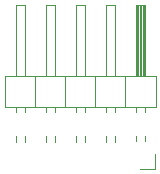
<source format=gbo>
G04 #@! TF.GenerationSoftware,KiCad,Pcbnew,(5.1.4)-1*
G04 #@! TF.CreationDate,2020-09-26T21:24:13-04:00*
G04 #@! TF.ProjectId,SOC Indicator Sub,534f4320-496e-4646-9963-61746f722053,rev?*
G04 #@! TF.SameCoordinates,Original*
G04 #@! TF.FileFunction,Legend,Bot*
G04 #@! TF.FilePolarity,Positive*
%FSLAX46Y46*%
G04 Gerber Fmt 4.6, Leading zero omitted, Abs format (unit mm)*
G04 Created by KiCad (PCBNEW (5.1.4)-1) date 2020-09-26 21:24:13*
%MOMM*%
%LPD*%
G04 APERTURE LIST*
%ADD10C,0.120000*%
G04 APERTURE END LIST*
D10*
X122430000Y-97270000D02*
X122430000Y-96000000D01*
X121160000Y-97270000D02*
X122430000Y-97270000D01*
X110620000Y-94957071D02*
X110620000Y-94502929D01*
X111380000Y-94957071D02*
X111380000Y-94502929D01*
X110620000Y-92417071D02*
X110620000Y-92020000D01*
X111380000Y-92417071D02*
X111380000Y-92020000D01*
X110620000Y-83360000D02*
X110620000Y-89360000D01*
X111380000Y-83360000D02*
X110620000Y-83360000D01*
X111380000Y-89360000D02*
X111380000Y-83360000D01*
X112270000Y-92020000D02*
X112270000Y-89360000D01*
X113160000Y-94957071D02*
X113160000Y-94502929D01*
X113920000Y-94957071D02*
X113920000Y-94502929D01*
X113160000Y-92417071D02*
X113160000Y-92020000D01*
X113920000Y-92417071D02*
X113920000Y-92020000D01*
X113160000Y-83360000D02*
X113160000Y-89360000D01*
X113920000Y-83360000D02*
X113160000Y-83360000D01*
X113920000Y-89360000D02*
X113920000Y-83360000D01*
X114810000Y-92020000D02*
X114810000Y-89360000D01*
X115700000Y-94957071D02*
X115700000Y-94502929D01*
X116460000Y-94957071D02*
X116460000Y-94502929D01*
X115700000Y-92417071D02*
X115700000Y-92020000D01*
X116460000Y-92417071D02*
X116460000Y-92020000D01*
X115700000Y-83360000D02*
X115700000Y-89360000D01*
X116460000Y-83360000D02*
X115700000Y-83360000D01*
X116460000Y-89360000D02*
X116460000Y-83360000D01*
X117350000Y-92020000D02*
X117350000Y-89360000D01*
X118240000Y-94957071D02*
X118240000Y-94502929D01*
X119000000Y-94957071D02*
X119000000Y-94502929D01*
X118240000Y-92417071D02*
X118240000Y-92020000D01*
X119000000Y-92417071D02*
X119000000Y-92020000D01*
X118240000Y-83360000D02*
X118240000Y-89360000D01*
X119000000Y-83360000D02*
X118240000Y-83360000D01*
X119000000Y-89360000D02*
X119000000Y-83360000D01*
X119890000Y-92020000D02*
X119890000Y-89360000D01*
X120780000Y-94890000D02*
X120780000Y-94502929D01*
X121540000Y-94890000D02*
X121540000Y-94502929D01*
X120780000Y-92417071D02*
X120780000Y-92020000D01*
X121540000Y-92417071D02*
X121540000Y-92020000D01*
X120880000Y-89360000D02*
X120880000Y-83360000D01*
X121000000Y-89360000D02*
X121000000Y-83360000D01*
X121120000Y-89360000D02*
X121120000Y-83360000D01*
X121240000Y-89360000D02*
X121240000Y-83360000D01*
X121360000Y-89360000D02*
X121360000Y-83360000D01*
X121480000Y-89360000D02*
X121480000Y-83360000D01*
X120780000Y-83360000D02*
X120780000Y-89360000D01*
X121540000Y-83360000D02*
X120780000Y-83360000D01*
X121540000Y-89360000D02*
X121540000Y-83360000D01*
X122490000Y-89360000D02*
X122490000Y-92020000D01*
X109670000Y-89360000D02*
X122490000Y-89360000D01*
X109670000Y-92020000D02*
X109670000Y-89360000D01*
X122490000Y-92020000D02*
X109670000Y-92020000D01*
M02*

</source>
